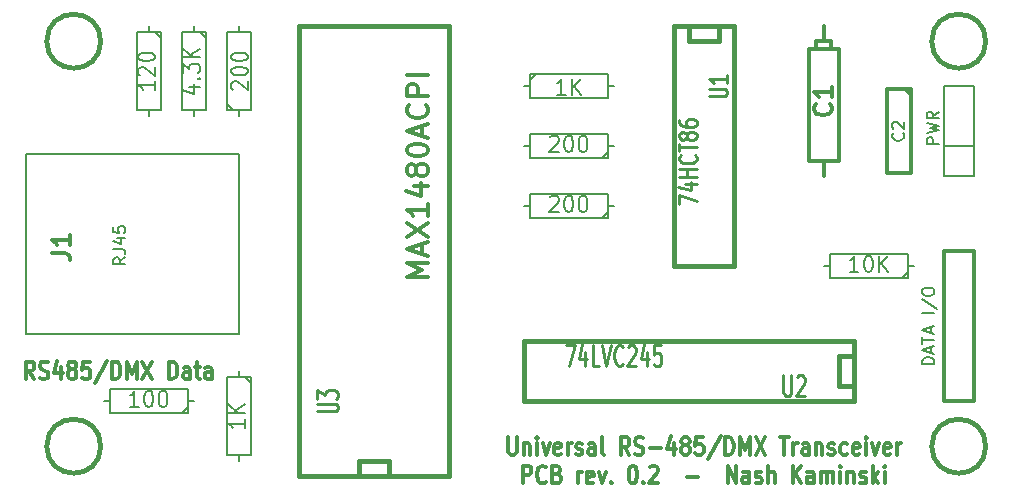
<source format=gbr>
G04 #@! TF.FileFunction,Legend,Top*
%FSLAX46Y46*%
G04 Gerber Fmt 4.6, Leading zero omitted, Abs format (unit mm)*
G04 Created by KiCad (PCBNEW (2015-10-16 BZR 6271)-product) date Thursday, November 26, 2015 'PMt' 11:11:10 PM*
%MOMM*%
G01*
G04 APERTURE LIST*
%ADD10C,0.100000*%
%ADD11C,0.300000*%
%ADD12C,0.127000*%
%ADD13C,0.203200*%
%ADD14C,0.304800*%
%ADD15C,0.152400*%
%ADD16C,0.381000*%
%ADD17C,0.285750*%
%ADD18C,0.254000*%
G04 APERTURE END LIST*
D10*
D11*
X52540334Y-50208571D02*
X52125000Y-49494286D01*
X51828334Y-50208571D02*
X51828334Y-48708571D01*
X52303000Y-48708571D01*
X52421667Y-48780000D01*
X52481000Y-48851429D01*
X52540334Y-48994286D01*
X52540334Y-49208571D01*
X52481000Y-49351429D01*
X52421667Y-49422857D01*
X52303000Y-49494286D01*
X51828334Y-49494286D01*
X53015000Y-50137143D02*
X53193000Y-50208571D01*
X53489667Y-50208571D01*
X53608334Y-50137143D01*
X53667667Y-50065714D01*
X53727000Y-49922857D01*
X53727000Y-49780000D01*
X53667667Y-49637143D01*
X53608334Y-49565714D01*
X53489667Y-49494286D01*
X53252334Y-49422857D01*
X53133667Y-49351429D01*
X53074334Y-49280000D01*
X53015000Y-49137143D01*
X53015000Y-48994286D01*
X53074334Y-48851429D01*
X53133667Y-48780000D01*
X53252334Y-48708571D01*
X53549000Y-48708571D01*
X53727000Y-48780000D01*
X54795001Y-49208571D02*
X54795001Y-50208571D01*
X54498334Y-48637143D02*
X54201667Y-49708571D01*
X54973001Y-49708571D01*
X55625668Y-49351429D02*
X55507001Y-49280000D01*
X55447668Y-49208571D01*
X55388334Y-49065714D01*
X55388334Y-48994286D01*
X55447668Y-48851429D01*
X55507001Y-48780000D01*
X55625668Y-48708571D01*
X55863001Y-48708571D01*
X55981668Y-48780000D01*
X56041001Y-48851429D01*
X56100334Y-48994286D01*
X56100334Y-49065714D01*
X56041001Y-49208571D01*
X55981668Y-49280000D01*
X55863001Y-49351429D01*
X55625668Y-49351429D01*
X55507001Y-49422857D01*
X55447668Y-49494286D01*
X55388334Y-49637143D01*
X55388334Y-49922857D01*
X55447668Y-50065714D01*
X55507001Y-50137143D01*
X55625668Y-50208571D01*
X55863001Y-50208571D01*
X55981668Y-50137143D01*
X56041001Y-50065714D01*
X56100334Y-49922857D01*
X56100334Y-49637143D01*
X56041001Y-49494286D01*
X55981668Y-49422857D01*
X55863001Y-49351429D01*
X57227668Y-48708571D02*
X56634335Y-48708571D01*
X56575001Y-49422857D01*
X56634335Y-49351429D01*
X56753001Y-49280000D01*
X57049668Y-49280000D01*
X57168335Y-49351429D01*
X57227668Y-49422857D01*
X57287001Y-49565714D01*
X57287001Y-49922857D01*
X57227668Y-50065714D01*
X57168335Y-50137143D01*
X57049668Y-50208571D01*
X56753001Y-50208571D01*
X56634335Y-50137143D01*
X56575001Y-50065714D01*
X58711002Y-48637143D02*
X57643002Y-50565714D01*
X59126335Y-50208571D02*
X59126335Y-48708571D01*
X59423001Y-48708571D01*
X59601001Y-48780000D01*
X59719668Y-48922857D01*
X59779001Y-49065714D01*
X59838335Y-49351429D01*
X59838335Y-49565714D01*
X59779001Y-49851429D01*
X59719668Y-49994286D01*
X59601001Y-50137143D01*
X59423001Y-50208571D01*
X59126335Y-50208571D01*
X60372335Y-50208571D02*
X60372335Y-48708571D01*
X60787668Y-49780000D01*
X61203001Y-48708571D01*
X61203001Y-50208571D01*
X61677668Y-48708571D02*
X62508335Y-50208571D01*
X62508335Y-48708571D02*
X61677668Y-50208571D01*
X63932335Y-50208571D02*
X63932335Y-48708571D01*
X64229001Y-48708571D01*
X64407001Y-48780000D01*
X64525668Y-48922857D01*
X64585001Y-49065714D01*
X64644335Y-49351429D01*
X64644335Y-49565714D01*
X64585001Y-49851429D01*
X64525668Y-49994286D01*
X64407001Y-50137143D01*
X64229001Y-50208571D01*
X63932335Y-50208571D01*
X65712335Y-50208571D02*
X65712335Y-49422857D01*
X65653001Y-49280000D01*
X65534335Y-49208571D01*
X65297001Y-49208571D01*
X65178335Y-49280000D01*
X65712335Y-50137143D02*
X65593668Y-50208571D01*
X65297001Y-50208571D01*
X65178335Y-50137143D01*
X65119001Y-49994286D01*
X65119001Y-49851429D01*
X65178335Y-49708571D01*
X65297001Y-49637143D01*
X65593668Y-49637143D01*
X65712335Y-49565714D01*
X66127668Y-49208571D02*
X66602334Y-49208571D01*
X66305668Y-48708571D02*
X66305668Y-49994286D01*
X66365001Y-50137143D01*
X66483668Y-50208571D01*
X66602334Y-50208571D01*
X67551668Y-50208571D02*
X67551668Y-49422857D01*
X67492334Y-49280000D01*
X67373668Y-49208571D01*
X67136334Y-49208571D01*
X67017668Y-49280000D01*
X67551668Y-50137143D02*
X67433001Y-50208571D01*
X67136334Y-50208571D01*
X67017668Y-50137143D01*
X66958334Y-49994286D01*
X66958334Y-49851429D01*
X67017668Y-49708571D01*
X67136334Y-49637143D01*
X67433001Y-49637143D01*
X67551668Y-49565714D01*
X92666002Y-55128571D02*
X92666002Y-56342857D01*
X92725335Y-56485714D01*
X92784668Y-56557143D01*
X92903335Y-56628571D01*
X93140668Y-56628571D01*
X93259335Y-56557143D01*
X93318668Y-56485714D01*
X93378002Y-56342857D01*
X93378002Y-55128571D01*
X93971335Y-55628571D02*
X93971335Y-56628571D01*
X93971335Y-55771429D02*
X94030668Y-55700000D01*
X94149335Y-55628571D01*
X94327335Y-55628571D01*
X94446001Y-55700000D01*
X94505335Y-55842857D01*
X94505335Y-56628571D01*
X95098668Y-56628571D02*
X95098668Y-55628571D01*
X95098668Y-55128571D02*
X95039334Y-55200000D01*
X95098668Y-55271429D01*
X95158001Y-55200000D01*
X95098668Y-55128571D01*
X95098668Y-55271429D01*
X95573334Y-55628571D02*
X95870001Y-56628571D01*
X96166667Y-55628571D01*
X97116000Y-56557143D02*
X96997334Y-56628571D01*
X96760000Y-56628571D01*
X96641334Y-56557143D01*
X96582000Y-56414286D01*
X96582000Y-55842857D01*
X96641334Y-55700000D01*
X96760000Y-55628571D01*
X96997334Y-55628571D01*
X97116000Y-55700000D01*
X97175334Y-55842857D01*
X97175334Y-55985714D01*
X96582000Y-56128571D01*
X97709334Y-56628571D02*
X97709334Y-55628571D01*
X97709334Y-55914286D02*
X97768667Y-55771429D01*
X97828000Y-55700000D01*
X97946667Y-55628571D01*
X98065334Y-55628571D01*
X98421333Y-56557143D02*
X98540000Y-56628571D01*
X98777333Y-56628571D01*
X98896000Y-56557143D01*
X98955333Y-56414286D01*
X98955333Y-56342857D01*
X98896000Y-56200000D01*
X98777333Y-56128571D01*
X98599333Y-56128571D01*
X98480667Y-56057143D01*
X98421333Y-55914286D01*
X98421333Y-55842857D01*
X98480667Y-55700000D01*
X98599333Y-55628571D01*
X98777333Y-55628571D01*
X98896000Y-55700000D01*
X100023334Y-56628571D02*
X100023334Y-55842857D01*
X99964000Y-55700000D01*
X99845334Y-55628571D01*
X99608000Y-55628571D01*
X99489334Y-55700000D01*
X100023334Y-56557143D02*
X99904667Y-56628571D01*
X99608000Y-56628571D01*
X99489334Y-56557143D01*
X99430000Y-56414286D01*
X99430000Y-56271429D01*
X99489334Y-56128571D01*
X99608000Y-56057143D01*
X99904667Y-56057143D01*
X100023334Y-55985714D01*
X100794667Y-56628571D02*
X100676000Y-56557143D01*
X100616667Y-56414286D01*
X100616667Y-55128571D01*
X102930667Y-56628571D02*
X102515333Y-55914286D01*
X102218667Y-56628571D02*
X102218667Y-55128571D01*
X102693333Y-55128571D01*
X102812000Y-55200000D01*
X102871333Y-55271429D01*
X102930667Y-55414286D01*
X102930667Y-55628571D01*
X102871333Y-55771429D01*
X102812000Y-55842857D01*
X102693333Y-55914286D01*
X102218667Y-55914286D01*
X103405333Y-56557143D02*
X103583333Y-56628571D01*
X103880000Y-56628571D01*
X103998667Y-56557143D01*
X104058000Y-56485714D01*
X104117333Y-56342857D01*
X104117333Y-56200000D01*
X104058000Y-56057143D01*
X103998667Y-55985714D01*
X103880000Y-55914286D01*
X103642667Y-55842857D01*
X103524000Y-55771429D01*
X103464667Y-55700000D01*
X103405333Y-55557143D01*
X103405333Y-55414286D01*
X103464667Y-55271429D01*
X103524000Y-55200000D01*
X103642667Y-55128571D01*
X103939333Y-55128571D01*
X104117333Y-55200000D01*
X104651334Y-56057143D02*
X105600667Y-56057143D01*
X106728001Y-55628571D02*
X106728001Y-56628571D01*
X106431334Y-55057143D02*
X106134667Y-56128571D01*
X106906001Y-56128571D01*
X107558668Y-55771429D02*
X107440001Y-55700000D01*
X107380668Y-55628571D01*
X107321334Y-55485714D01*
X107321334Y-55414286D01*
X107380668Y-55271429D01*
X107440001Y-55200000D01*
X107558668Y-55128571D01*
X107796001Y-55128571D01*
X107914668Y-55200000D01*
X107974001Y-55271429D01*
X108033334Y-55414286D01*
X108033334Y-55485714D01*
X107974001Y-55628571D01*
X107914668Y-55700000D01*
X107796001Y-55771429D01*
X107558668Y-55771429D01*
X107440001Y-55842857D01*
X107380668Y-55914286D01*
X107321334Y-56057143D01*
X107321334Y-56342857D01*
X107380668Y-56485714D01*
X107440001Y-56557143D01*
X107558668Y-56628571D01*
X107796001Y-56628571D01*
X107914668Y-56557143D01*
X107974001Y-56485714D01*
X108033334Y-56342857D01*
X108033334Y-56057143D01*
X107974001Y-55914286D01*
X107914668Y-55842857D01*
X107796001Y-55771429D01*
X109160668Y-55128571D02*
X108567335Y-55128571D01*
X108508001Y-55842857D01*
X108567335Y-55771429D01*
X108686001Y-55700000D01*
X108982668Y-55700000D01*
X109101335Y-55771429D01*
X109160668Y-55842857D01*
X109220001Y-55985714D01*
X109220001Y-56342857D01*
X109160668Y-56485714D01*
X109101335Y-56557143D01*
X108982668Y-56628571D01*
X108686001Y-56628571D01*
X108567335Y-56557143D01*
X108508001Y-56485714D01*
X110644002Y-55057143D02*
X109576002Y-56985714D01*
X111059335Y-56628571D02*
X111059335Y-55128571D01*
X111356001Y-55128571D01*
X111534001Y-55200000D01*
X111652668Y-55342857D01*
X111712001Y-55485714D01*
X111771335Y-55771429D01*
X111771335Y-55985714D01*
X111712001Y-56271429D01*
X111652668Y-56414286D01*
X111534001Y-56557143D01*
X111356001Y-56628571D01*
X111059335Y-56628571D01*
X112305335Y-56628571D02*
X112305335Y-55128571D01*
X112720668Y-56200000D01*
X113136001Y-55128571D01*
X113136001Y-56628571D01*
X113610668Y-55128571D02*
X114441335Y-56628571D01*
X114441335Y-55128571D02*
X113610668Y-56628571D01*
X115687335Y-55128571D02*
X116399335Y-55128571D01*
X116043335Y-56628571D02*
X116043335Y-55128571D01*
X116814668Y-56628571D02*
X116814668Y-55628571D01*
X116814668Y-55914286D02*
X116874001Y-55771429D01*
X116933334Y-55700000D01*
X117052001Y-55628571D01*
X117170668Y-55628571D01*
X118120001Y-56628571D02*
X118120001Y-55842857D01*
X118060667Y-55700000D01*
X117942001Y-55628571D01*
X117704667Y-55628571D01*
X117586001Y-55700000D01*
X118120001Y-56557143D02*
X118001334Y-56628571D01*
X117704667Y-56628571D01*
X117586001Y-56557143D01*
X117526667Y-56414286D01*
X117526667Y-56271429D01*
X117586001Y-56128571D01*
X117704667Y-56057143D01*
X118001334Y-56057143D01*
X118120001Y-55985714D01*
X118713334Y-55628571D02*
X118713334Y-56628571D01*
X118713334Y-55771429D02*
X118772667Y-55700000D01*
X118891334Y-55628571D01*
X119069334Y-55628571D01*
X119188000Y-55700000D01*
X119247334Y-55842857D01*
X119247334Y-56628571D01*
X119781333Y-56557143D02*
X119900000Y-56628571D01*
X120137333Y-56628571D01*
X120256000Y-56557143D01*
X120315333Y-56414286D01*
X120315333Y-56342857D01*
X120256000Y-56200000D01*
X120137333Y-56128571D01*
X119959333Y-56128571D01*
X119840667Y-56057143D01*
X119781333Y-55914286D01*
X119781333Y-55842857D01*
X119840667Y-55700000D01*
X119959333Y-55628571D01*
X120137333Y-55628571D01*
X120256000Y-55700000D01*
X121383334Y-56557143D02*
X121264667Y-56628571D01*
X121027334Y-56628571D01*
X120908667Y-56557143D01*
X120849334Y-56485714D01*
X120790000Y-56342857D01*
X120790000Y-55914286D01*
X120849334Y-55771429D01*
X120908667Y-55700000D01*
X121027334Y-55628571D01*
X121264667Y-55628571D01*
X121383334Y-55700000D01*
X122392000Y-56557143D02*
X122273334Y-56628571D01*
X122036000Y-56628571D01*
X121917334Y-56557143D01*
X121858000Y-56414286D01*
X121858000Y-55842857D01*
X121917334Y-55700000D01*
X122036000Y-55628571D01*
X122273334Y-55628571D01*
X122392000Y-55700000D01*
X122451334Y-55842857D01*
X122451334Y-55985714D01*
X121858000Y-56128571D01*
X122985334Y-56628571D02*
X122985334Y-55628571D01*
X122985334Y-55128571D02*
X122926000Y-55200000D01*
X122985334Y-55271429D01*
X123044667Y-55200000D01*
X122985334Y-55128571D01*
X122985334Y-55271429D01*
X123460000Y-55628571D02*
X123756667Y-56628571D01*
X124053333Y-55628571D01*
X125002666Y-56557143D02*
X124884000Y-56628571D01*
X124646666Y-56628571D01*
X124528000Y-56557143D01*
X124468666Y-56414286D01*
X124468666Y-55842857D01*
X124528000Y-55700000D01*
X124646666Y-55628571D01*
X124884000Y-55628571D01*
X125002666Y-55700000D01*
X125062000Y-55842857D01*
X125062000Y-55985714D01*
X124468666Y-56128571D01*
X125596000Y-56628571D02*
X125596000Y-55628571D01*
X125596000Y-55914286D02*
X125655333Y-55771429D01*
X125714666Y-55700000D01*
X125833333Y-55628571D01*
X125952000Y-55628571D01*
X93912003Y-59028571D02*
X93912003Y-57528571D01*
X94386669Y-57528571D01*
X94505336Y-57600000D01*
X94564669Y-57671429D01*
X94624003Y-57814286D01*
X94624003Y-58028571D01*
X94564669Y-58171429D01*
X94505336Y-58242857D01*
X94386669Y-58314286D01*
X93912003Y-58314286D01*
X95870003Y-58885714D02*
X95810669Y-58957143D01*
X95632669Y-59028571D01*
X95514003Y-59028571D01*
X95336003Y-58957143D01*
X95217336Y-58814286D01*
X95158003Y-58671429D01*
X95098669Y-58385714D01*
X95098669Y-58171429D01*
X95158003Y-57885714D01*
X95217336Y-57742857D01*
X95336003Y-57600000D01*
X95514003Y-57528571D01*
X95632669Y-57528571D01*
X95810669Y-57600000D01*
X95870003Y-57671429D01*
X96819336Y-58242857D02*
X96997336Y-58314286D01*
X97056669Y-58385714D01*
X97116003Y-58528571D01*
X97116003Y-58742857D01*
X97056669Y-58885714D01*
X96997336Y-58957143D01*
X96878669Y-59028571D01*
X96404003Y-59028571D01*
X96404003Y-57528571D01*
X96819336Y-57528571D01*
X96938003Y-57600000D01*
X96997336Y-57671429D01*
X97056669Y-57814286D01*
X97056669Y-57957143D01*
X96997336Y-58100000D01*
X96938003Y-58171429D01*
X96819336Y-58242857D01*
X96404003Y-58242857D01*
X98599336Y-59028571D02*
X98599336Y-58028571D01*
X98599336Y-58314286D02*
X98658669Y-58171429D01*
X98718002Y-58100000D01*
X98836669Y-58028571D01*
X98955336Y-58028571D01*
X99845335Y-58957143D02*
X99726669Y-59028571D01*
X99489335Y-59028571D01*
X99370669Y-58957143D01*
X99311335Y-58814286D01*
X99311335Y-58242857D01*
X99370669Y-58100000D01*
X99489335Y-58028571D01*
X99726669Y-58028571D01*
X99845335Y-58100000D01*
X99904669Y-58242857D01*
X99904669Y-58385714D01*
X99311335Y-58528571D01*
X100320002Y-58028571D02*
X100616669Y-59028571D01*
X100913335Y-58028571D01*
X101388002Y-58885714D02*
X101447335Y-58957143D01*
X101388002Y-59028571D01*
X101328668Y-58957143D01*
X101388002Y-58885714D01*
X101388002Y-59028571D01*
X103168001Y-57528571D02*
X103286668Y-57528571D01*
X103405334Y-57600000D01*
X103464668Y-57671429D01*
X103524001Y-57814286D01*
X103583334Y-58100000D01*
X103583334Y-58457143D01*
X103524001Y-58742857D01*
X103464668Y-58885714D01*
X103405334Y-58957143D01*
X103286668Y-59028571D01*
X103168001Y-59028571D01*
X103049334Y-58957143D01*
X102990001Y-58885714D01*
X102930668Y-58742857D01*
X102871334Y-58457143D01*
X102871334Y-58100000D01*
X102930668Y-57814286D01*
X102990001Y-57671429D01*
X103049334Y-57600000D01*
X103168001Y-57528571D01*
X104117335Y-58885714D02*
X104176668Y-58957143D01*
X104117335Y-59028571D01*
X104058001Y-58957143D01*
X104117335Y-58885714D01*
X104117335Y-59028571D01*
X104651334Y-57671429D02*
X104710668Y-57600000D01*
X104829334Y-57528571D01*
X105126001Y-57528571D01*
X105244668Y-57600000D01*
X105304001Y-57671429D01*
X105363334Y-57814286D01*
X105363334Y-57957143D01*
X105304001Y-58171429D01*
X104592001Y-59028571D01*
X105363334Y-59028571D01*
X107796001Y-58457143D02*
X108745334Y-58457143D01*
X111237334Y-59028571D02*
X111237334Y-57528571D01*
X111949334Y-59028571D01*
X111949334Y-57528571D01*
X113076667Y-59028571D02*
X113076667Y-58242857D01*
X113017333Y-58100000D01*
X112898667Y-58028571D01*
X112661333Y-58028571D01*
X112542667Y-58100000D01*
X113076667Y-58957143D02*
X112958000Y-59028571D01*
X112661333Y-59028571D01*
X112542667Y-58957143D01*
X112483333Y-58814286D01*
X112483333Y-58671429D01*
X112542667Y-58528571D01*
X112661333Y-58457143D01*
X112958000Y-58457143D01*
X113076667Y-58385714D01*
X113610666Y-58957143D02*
X113729333Y-59028571D01*
X113966666Y-59028571D01*
X114085333Y-58957143D01*
X114144666Y-58814286D01*
X114144666Y-58742857D01*
X114085333Y-58600000D01*
X113966666Y-58528571D01*
X113788666Y-58528571D01*
X113670000Y-58457143D01*
X113610666Y-58314286D01*
X113610666Y-58242857D01*
X113670000Y-58100000D01*
X113788666Y-58028571D01*
X113966666Y-58028571D01*
X114085333Y-58100000D01*
X114678667Y-59028571D02*
X114678667Y-57528571D01*
X115212667Y-59028571D02*
X115212667Y-58242857D01*
X115153333Y-58100000D01*
X115034667Y-58028571D01*
X114856667Y-58028571D01*
X114738000Y-58100000D01*
X114678667Y-58171429D01*
X116755333Y-59028571D02*
X116755333Y-57528571D01*
X117467333Y-59028571D02*
X116933333Y-58171429D01*
X117467333Y-57528571D02*
X116755333Y-58385714D01*
X118535333Y-59028571D02*
X118535333Y-58242857D01*
X118475999Y-58100000D01*
X118357333Y-58028571D01*
X118119999Y-58028571D01*
X118001333Y-58100000D01*
X118535333Y-58957143D02*
X118416666Y-59028571D01*
X118119999Y-59028571D01*
X118001333Y-58957143D01*
X117941999Y-58814286D01*
X117941999Y-58671429D01*
X118001333Y-58528571D01*
X118119999Y-58457143D01*
X118416666Y-58457143D01*
X118535333Y-58385714D01*
X119128666Y-59028571D02*
X119128666Y-58028571D01*
X119128666Y-58171429D02*
X119187999Y-58100000D01*
X119306666Y-58028571D01*
X119484666Y-58028571D01*
X119603332Y-58100000D01*
X119662666Y-58242857D01*
X119662666Y-59028571D01*
X119662666Y-58242857D02*
X119721999Y-58100000D01*
X119840666Y-58028571D01*
X120018666Y-58028571D01*
X120137332Y-58100000D01*
X120196666Y-58242857D01*
X120196666Y-59028571D01*
X120789999Y-59028571D02*
X120789999Y-58028571D01*
X120789999Y-57528571D02*
X120730665Y-57600000D01*
X120789999Y-57671429D01*
X120849332Y-57600000D01*
X120789999Y-57528571D01*
X120789999Y-57671429D01*
X121383332Y-58028571D02*
X121383332Y-59028571D01*
X121383332Y-58171429D02*
X121442665Y-58100000D01*
X121561332Y-58028571D01*
X121739332Y-58028571D01*
X121857998Y-58100000D01*
X121917332Y-58242857D01*
X121917332Y-59028571D01*
X122451331Y-58957143D02*
X122569998Y-59028571D01*
X122807331Y-59028571D01*
X122925998Y-58957143D01*
X122985331Y-58814286D01*
X122985331Y-58742857D01*
X122925998Y-58600000D01*
X122807331Y-58528571D01*
X122629331Y-58528571D01*
X122510665Y-58457143D01*
X122451331Y-58314286D01*
X122451331Y-58242857D01*
X122510665Y-58100000D01*
X122629331Y-58028571D01*
X122807331Y-58028571D01*
X122925998Y-58100000D01*
X123519332Y-59028571D02*
X123519332Y-57528571D01*
X123637998Y-58457143D02*
X123993998Y-59028571D01*
X123993998Y-58028571D02*
X123519332Y-58600000D01*
X124527999Y-59028571D02*
X124527999Y-58028571D01*
X124527999Y-57528571D02*
X124468665Y-57600000D01*
X124527999Y-57671429D01*
X124587332Y-57600000D01*
X124527999Y-57528571D01*
X124527999Y-57671429D01*
D12*
X51816000Y-31115000D02*
X51816000Y-46355000D01*
X51816000Y-46355000D02*
X69850000Y-46355000D01*
X69850000Y-46355000D02*
X69850000Y-31115000D01*
X69850000Y-31115000D02*
X51816000Y-31115000D01*
D13*
X66040000Y-52070000D02*
X65532000Y-52070000D01*
X58420000Y-52070000D02*
X58928000Y-52070000D01*
X58928000Y-52070000D02*
X58928000Y-53086000D01*
X58928000Y-53086000D02*
X65532000Y-53086000D01*
X65532000Y-53086000D02*
X65532000Y-51054000D01*
X65532000Y-51054000D02*
X58928000Y-51054000D01*
X58928000Y-51054000D02*
X58928000Y-52070000D01*
X65532000Y-52578000D02*
X65024000Y-53086000D01*
X62230000Y-20320000D02*
X62230000Y-20828000D01*
X62230000Y-27940000D02*
X62230000Y-27432000D01*
X62230000Y-27432000D02*
X63246000Y-27432000D01*
X63246000Y-27432000D02*
X63246000Y-20828000D01*
X63246000Y-20828000D02*
X61214000Y-20828000D01*
X61214000Y-20828000D02*
X61214000Y-27432000D01*
X61214000Y-27432000D02*
X62230000Y-27432000D01*
X62738000Y-20828000D02*
X63246000Y-21336000D01*
X101600000Y-35560000D02*
X101092000Y-35560000D01*
X93980000Y-35560000D02*
X94488000Y-35560000D01*
X94488000Y-35560000D02*
X94488000Y-36576000D01*
X94488000Y-36576000D02*
X101092000Y-36576000D01*
X101092000Y-36576000D02*
X101092000Y-34544000D01*
X101092000Y-34544000D02*
X94488000Y-34544000D01*
X94488000Y-34544000D02*
X94488000Y-35560000D01*
X101092000Y-36068000D02*
X100584000Y-36576000D01*
X101600000Y-30480000D02*
X101092000Y-30480000D01*
X93980000Y-30480000D02*
X94488000Y-30480000D01*
X94488000Y-30480000D02*
X94488000Y-31496000D01*
X94488000Y-31496000D02*
X101092000Y-31496000D01*
X101092000Y-31496000D02*
X101092000Y-29464000D01*
X101092000Y-29464000D02*
X94488000Y-29464000D01*
X94488000Y-29464000D02*
X94488000Y-30480000D01*
X101092000Y-30988000D02*
X100584000Y-31496000D01*
X93980000Y-25400000D02*
X94488000Y-25400000D01*
X101600000Y-25400000D02*
X101092000Y-25400000D01*
X101092000Y-25400000D02*
X101092000Y-24384000D01*
X101092000Y-24384000D02*
X94488000Y-24384000D01*
X94488000Y-24384000D02*
X94488000Y-26416000D01*
X94488000Y-26416000D02*
X101092000Y-26416000D01*
X101092000Y-26416000D02*
X101092000Y-25400000D01*
X94488000Y-24892000D02*
X94996000Y-24384000D01*
X69850000Y-27940000D02*
X69850000Y-27432000D01*
X69850000Y-20320000D02*
X69850000Y-20828000D01*
X69850000Y-20828000D02*
X68834000Y-20828000D01*
X68834000Y-20828000D02*
X68834000Y-27432000D01*
X68834000Y-27432000D02*
X70866000Y-27432000D01*
X70866000Y-27432000D02*
X70866000Y-20828000D01*
X70866000Y-20828000D02*
X69850000Y-20828000D01*
X69342000Y-27432000D02*
X68834000Y-26924000D01*
X66040000Y-20320000D02*
X66040000Y-20828000D01*
X66040000Y-27940000D02*
X66040000Y-27432000D01*
X66040000Y-27432000D02*
X67056000Y-27432000D01*
X67056000Y-27432000D02*
X67056000Y-20828000D01*
X67056000Y-20828000D02*
X65024000Y-20828000D01*
X65024000Y-20828000D02*
X65024000Y-27432000D01*
X65024000Y-27432000D02*
X66040000Y-27432000D01*
X66548000Y-20828000D02*
X67056000Y-21336000D01*
X127000000Y-40640000D02*
X126492000Y-40640000D01*
X119380000Y-40640000D02*
X119888000Y-40640000D01*
X119888000Y-40640000D02*
X119888000Y-41656000D01*
X119888000Y-41656000D02*
X126492000Y-41656000D01*
X126492000Y-41656000D02*
X126492000Y-39624000D01*
X126492000Y-39624000D02*
X119888000Y-39624000D01*
X119888000Y-39624000D02*
X119888000Y-40640000D01*
X126492000Y-41148000D02*
X125984000Y-41656000D01*
X69850000Y-49530000D02*
X69850000Y-50038000D01*
X69850000Y-57150000D02*
X69850000Y-56642000D01*
X69850000Y-56642000D02*
X70866000Y-56642000D01*
X70866000Y-56642000D02*
X70866000Y-50038000D01*
X70866000Y-50038000D02*
X68834000Y-50038000D01*
X68834000Y-50038000D02*
X68834000Y-56642000D01*
X68834000Y-56642000D02*
X69850000Y-56642000D01*
X70358000Y-50038000D02*
X70866000Y-50546000D01*
D14*
X129540000Y-52070000D02*
X132080000Y-52070000D01*
X132080000Y-39370000D02*
X129540000Y-39370000D01*
X129540000Y-52070000D02*
X129540000Y-39370000D01*
X132080000Y-39370000D02*
X132080000Y-52070000D01*
D15*
X132080000Y-33020000D02*
X129540000Y-33020000D01*
X129540000Y-33020000D02*
X129540000Y-25400000D01*
X129540000Y-25400000D02*
X132080000Y-25400000D01*
X132080000Y-25400000D02*
X132080000Y-33020000D01*
X129540000Y-30480000D02*
X132080000Y-30480000D01*
D16*
X80010000Y-58420000D02*
X80010000Y-58420000D01*
X80010000Y-58420000D02*
X80010000Y-57150000D01*
X80010000Y-57150000D02*
X82550000Y-57150000D01*
X82550000Y-57150000D02*
X82550000Y-58420000D01*
X74930000Y-58420000D02*
X74930000Y-20320000D01*
X74930000Y-20320000D02*
X87630000Y-20320000D01*
X87630000Y-20320000D02*
X87630000Y-58420000D01*
X87630000Y-58420000D02*
X74930000Y-58420000D01*
X121920000Y-50800000D02*
X120650000Y-50800000D01*
X120650000Y-50800000D02*
X120650000Y-48260000D01*
X120650000Y-48260000D02*
X121920000Y-48260000D01*
X121920000Y-52070000D02*
X93980000Y-52070000D01*
X93980000Y-52070000D02*
X93980000Y-46990000D01*
X93980000Y-46990000D02*
X121920000Y-46990000D01*
X121920000Y-46990000D02*
X121920000Y-52070000D01*
X111760000Y-20320000D02*
X111760000Y-40640000D01*
X106680000Y-40640000D02*
X106680000Y-20320000D01*
X106680000Y-20320000D02*
X111760000Y-20320000D01*
X110490000Y-20320000D02*
X110490000Y-21590000D01*
X110490000Y-21590000D02*
X107950000Y-21590000D01*
X107950000Y-21590000D02*
X107950000Y-20320000D01*
X111760000Y-40640000D02*
X106680000Y-40640000D01*
D14*
X120650000Y-22225000D02*
X120650000Y-22225000D01*
X120650000Y-22225000D02*
X120650000Y-22225000D01*
X120650000Y-22225000D02*
X120650000Y-22225000D01*
X120650000Y-22225000D02*
X120650000Y-31750000D01*
X120650000Y-31750000D02*
X118110000Y-31750000D01*
X118110000Y-31750000D02*
X118110000Y-22225000D01*
X118110000Y-22225000D02*
X120650000Y-22225000D01*
X120015000Y-22225000D02*
X120015000Y-22225000D01*
X120015000Y-22225000D02*
X120015000Y-21590000D01*
X120015000Y-21590000D02*
X118745000Y-21590000D01*
X118745000Y-21590000D02*
X118745000Y-22225000D01*
X119380000Y-20320000D02*
X119380000Y-20320000D01*
X119380000Y-20320000D02*
X119380000Y-21590000D01*
X119380000Y-21590000D02*
X119380000Y-21590000D01*
X119380000Y-21590000D02*
X119380000Y-21590000D01*
X119380000Y-31750000D02*
X119380000Y-31750000D01*
X119380000Y-31750000D02*
X119380000Y-31750000D01*
X119380000Y-31750000D02*
X119380000Y-33020000D01*
X119380000Y-33020000D02*
X119380000Y-33020000D01*
X119380000Y-33020000D02*
X119380000Y-33020000D01*
X119380000Y-33020000D02*
X119380000Y-33020000D01*
X126746000Y-25654000D02*
X126746000Y-32766000D01*
X126746000Y-32766000D02*
X124714000Y-32766000D01*
X124714000Y-32766000D02*
X124714000Y-25654000D01*
X124714000Y-25654000D02*
X126746000Y-25654000D01*
X126238000Y-25654000D02*
X126746000Y-26162000D01*
D16*
X133096000Y-21590000D02*
G75*
G03X133096000Y-21590000I-2286000J0D01*
G01*
X133096000Y-55880000D02*
G75*
G03X133096000Y-55880000I-2286000J0D01*
G01*
X58166000Y-55880000D02*
G75*
G03X58166000Y-55880000I-2286000J0D01*
G01*
X58166000Y-21590000D02*
G75*
G03X58166000Y-21590000I-2286000J0D01*
G01*
D14*
X54029429Y-39497000D02*
X55118000Y-39497000D01*
X55335714Y-39569572D01*
X55480857Y-39714715D01*
X55553429Y-39932429D01*
X55553429Y-40077572D01*
X55553429Y-37973000D02*
X55553429Y-38843857D01*
X55553429Y-38408429D02*
X54029429Y-38408429D01*
X54247143Y-38553572D01*
X54392286Y-38698714D01*
X54464857Y-38843857D01*
D13*
X60244325Y-39901828D02*
X59767772Y-40235415D01*
X60244325Y-40473691D02*
X59243565Y-40473691D01*
X59243565Y-40092449D01*
X59291220Y-39997138D01*
X59338875Y-39949483D01*
X59434186Y-39901828D01*
X59577151Y-39901828D01*
X59672462Y-39949483D01*
X59720117Y-39997138D01*
X59767772Y-40092449D01*
X59767772Y-40473691D01*
X59243565Y-39186999D02*
X59958393Y-39186999D01*
X60101359Y-39234655D01*
X60196670Y-39329965D01*
X60244325Y-39472931D01*
X60244325Y-39568241D01*
X59577151Y-38281550D02*
X60244325Y-38281550D01*
X59195910Y-38519826D02*
X59910738Y-38758102D01*
X59910738Y-38138584D01*
X59243565Y-37280789D02*
X59243565Y-37757342D01*
X59720117Y-37804997D01*
X59672462Y-37757342D01*
X59624807Y-37662031D01*
X59624807Y-37423755D01*
X59672462Y-37328445D01*
X59720117Y-37280789D01*
X59815428Y-37233134D01*
X60053704Y-37233134D01*
X60149014Y-37280789D01*
X60196670Y-37328445D01*
X60244325Y-37423755D01*
X60244325Y-37662031D01*
X60196670Y-37757342D01*
X60149014Y-37804997D01*
X61383333Y-52574976D02*
X60657619Y-52574976D01*
X61020476Y-52574976D02*
X61020476Y-51177976D01*
X60899524Y-51377548D01*
X60778571Y-51510595D01*
X60657619Y-51577119D01*
X62169524Y-51177976D02*
X62290476Y-51177976D01*
X62411428Y-51244500D01*
X62471905Y-51311024D01*
X62532381Y-51444071D01*
X62592857Y-51710167D01*
X62592857Y-52042786D01*
X62532381Y-52308881D01*
X62471905Y-52441929D01*
X62411428Y-52508452D01*
X62290476Y-52574976D01*
X62169524Y-52574976D01*
X62048571Y-52508452D01*
X61988095Y-52441929D01*
X61927619Y-52308881D01*
X61867143Y-52042786D01*
X61867143Y-51710167D01*
X61927619Y-51444071D01*
X61988095Y-51311024D01*
X62048571Y-51244500D01*
X62169524Y-51177976D01*
X63379048Y-51177976D02*
X63500000Y-51177976D01*
X63620952Y-51244500D01*
X63681429Y-51311024D01*
X63741905Y-51444071D01*
X63802381Y-51710167D01*
X63802381Y-52042786D01*
X63741905Y-52308881D01*
X63681429Y-52441929D01*
X63620952Y-52508452D01*
X63500000Y-52574976D01*
X63379048Y-52574976D01*
X63258095Y-52508452D01*
X63197619Y-52441929D01*
X63137143Y-52308881D01*
X63076667Y-52042786D01*
X63076667Y-51710167D01*
X63137143Y-51444071D01*
X63197619Y-51311024D01*
X63258095Y-51244500D01*
X63379048Y-51177976D01*
X62734976Y-24976667D02*
X62734976Y-25702381D01*
X62734976Y-25339524D02*
X61337976Y-25339524D01*
X61537548Y-25460476D01*
X61670595Y-25581429D01*
X61737119Y-25702381D01*
X61471024Y-24492857D02*
X61404500Y-24432381D01*
X61337976Y-24311429D01*
X61337976Y-24009048D01*
X61404500Y-23888095D01*
X61471024Y-23827619D01*
X61604071Y-23767143D01*
X61737119Y-23767143D01*
X61936690Y-23827619D01*
X62734976Y-24553333D01*
X62734976Y-23767143D01*
X61337976Y-22980952D02*
X61337976Y-22860000D01*
X61404500Y-22739048D01*
X61471024Y-22678571D01*
X61604071Y-22618095D01*
X61870167Y-22557619D01*
X62202786Y-22557619D01*
X62468881Y-22618095D01*
X62601929Y-22678571D01*
X62668452Y-22739048D01*
X62734976Y-22860000D01*
X62734976Y-22980952D01*
X62668452Y-23101905D01*
X62601929Y-23162381D01*
X62468881Y-23222857D01*
X62202786Y-23283333D01*
X61870167Y-23283333D01*
X61604071Y-23222857D01*
X61471024Y-23162381D01*
X61404500Y-23101905D01*
X61337976Y-22980952D01*
X96217619Y-34801024D02*
X96278095Y-34734500D01*
X96399047Y-34667976D01*
X96701428Y-34667976D01*
X96822381Y-34734500D01*
X96882857Y-34801024D01*
X96943333Y-34934071D01*
X96943333Y-35067119D01*
X96882857Y-35266690D01*
X96157143Y-36064976D01*
X96943333Y-36064976D01*
X97729524Y-34667976D02*
X97850476Y-34667976D01*
X97971428Y-34734500D01*
X98031905Y-34801024D01*
X98092381Y-34934071D01*
X98152857Y-35200167D01*
X98152857Y-35532786D01*
X98092381Y-35798881D01*
X98031905Y-35931929D01*
X97971428Y-35998452D01*
X97850476Y-36064976D01*
X97729524Y-36064976D01*
X97608571Y-35998452D01*
X97548095Y-35931929D01*
X97487619Y-35798881D01*
X97427143Y-35532786D01*
X97427143Y-35200167D01*
X97487619Y-34934071D01*
X97548095Y-34801024D01*
X97608571Y-34734500D01*
X97729524Y-34667976D01*
X98939048Y-34667976D02*
X99060000Y-34667976D01*
X99180952Y-34734500D01*
X99241429Y-34801024D01*
X99301905Y-34934071D01*
X99362381Y-35200167D01*
X99362381Y-35532786D01*
X99301905Y-35798881D01*
X99241429Y-35931929D01*
X99180952Y-35998452D01*
X99060000Y-36064976D01*
X98939048Y-36064976D01*
X98818095Y-35998452D01*
X98757619Y-35931929D01*
X98697143Y-35798881D01*
X98636667Y-35532786D01*
X98636667Y-35200167D01*
X98697143Y-34934071D01*
X98757619Y-34801024D01*
X98818095Y-34734500D01*
X98939048Y-34667976D01*
X96217619Y-29721024D02*
X96278095Y-29654500D01*
X96399047Y-29587976D01*
X96701428Y-29587976D01*
X96822381Y-29654500D01*
X96882857Y-29721024D01*
X96943333Y-29854071D01*
X96943333Y-29987119D01*
X96882857Y-30186690D01*
X96157143Y-30984976D01*
X96943333Y-30984976D01*
X97729524Y-29587976D02*
X97850476Y-29587976D01*
X97971428Y-29654500D01*
X98031905Y-29721024D01*
X98092381Y-29854071D01*
X98152857Y-30120167D01*
X98152857Y-30452786D01*
X98092381Y-30718881D01*
X98031905Y-30851929D01*
X97971428Y-30918452D01*
X97850476Y-30984976D01*
X97729524Y-30984976D01*
X97608571Y-30918452D01*
X97548095Y-30851929D01*
X97487619Y-30718881D01*
X97427143Y-30452786D01*
X97427143Y-30120167D01*
X97487619Y-29854071D01*
X97548095Y-29721024D01*
X97608571Y-29654500D01*
X97729524Y-29587976D01*
X98939048Y-29587976D02*
X99060000Y-29587976D01*
X99180952Y-29654500D01*
X99241429Y-29721024D01*
X99301905Y-29854071D01*
X99362381Y-30120167D01*
X99362381Y-30452786D01*
X99301905Y-30718881D01*
X99241429Y-30851929D01*
X99180952Y-30918452D01*
X99060000Y-30984976D01*
X98939048Y-30984976D01*
X98818095Y-30918452D01*
X98757619Y-30851929D01*
X98697143Y-30718881D01*
X98636667Y-30452786D01*
X98636667Y-30120167D01*
X98697143Y-29854071D01*
X98757619Y-29721024D01*
X98818095Y-29654500D01*
X98939048Y-29587976D01*
X97517857Y-26158976D02*
X96792143Y-26158976D01*
X97155000Y-26158976D02*
X97155000Y-24761976D01*
X97034048Y-24961548D01*
X96913095Y-25094595D01*
X96792143Y-25161119D01*
X98062143Y-26158976D02*
X98062143Y-24761976D01*
X98787857Y-26158976D02*
X98243572Y-25360690D01*
X98787857Y-24761976D02*
X98062143Y-25560262D01*
X69345024Y-25702381D02*
X69278500Y-25641905D01*
X69211976Y-25520953D01*
X69211976Y-25218572D01*
X69278500Y-25097619D01*
X69345024Y-25037143D01*
X69478071Y-24976667D01*
X69611119Y-24976667D01*
X69810690Y-25037143D01*
X70608976Y-25762857D01*
X70608976Y-24976667D01*
X69211976Y-24190476D02*
X69211976Y-24069524D01*
X69278500Y-23948572D01*
X69345024Y-23888095D01*
X69478071Y-23827619D01*
X69744167Y-23767143D01*
X70076786Y-23767143D01*
X70342881Y-23827619D01*
X70475929Y-23888095D01*
X70542452Y-23948572D01*
X70608976Y-24069524D01*
X70608976Y-24190476D01*
X70542452Y-24311429D01*
X70475929Y-24371905D01*
X70342881Y-24432381D01*
X70076786Y-24492857D01*
X69744167Y-24492857D01*
X69478071Y-24432381D01*
X69345024Y-24371905D01*
X69278500Y-24311429D01*
X69211976Y-24190476D01*
X69211976Y-22980952D02*
X69211976Y-22860000D01*
X69278500Y-22739048D01*
X69345024Y-22678571D01*
X69478071Y-22618095D01*
X69744167Y-22557619D01*
X70076786Y-22557619D01*
X70342881Y-22618095D01*
X70475929Y-22678571D01*
X70542452Y-22739048D01*
X70608976Y-22860000D01*
X70608976Y-22980952D01*
X70542452Y-23101905D01*
X70475929Y-23162381D01*
X70342881Y-23222857D01*
X70076786Y-23283333D01*
X69744167Y-23283333D01*
X69478071Y-23222857D01*
X69345024Y-23162381D01*
X69278500Y-23101905D01*
X69211976Y-22980952D01*
X65613643Y-25430238D02*
X66544976Y-25430238D01*
X65081452Y-25732619D02*
X66079310Y-26035000D01*
X66079310Y-25248810D01*
X66411929Y-24765000D02*
X66478452Y-24704524D01*
X66544976Y-24765000D01*
X66478452Y-24825476D01*
X66411929Y-24765000D01*
X66544976Y-24765000D01*
X65147976Y-24281190D02*
X65147976Y-23495000D01*
X65680167Y-23918333D01*
X65680167Y-23736905D01*
X65746690Y-23615952D01*
X65813214Y-23555476D01*
X65946262Y-23495000D01*
X66278881Y-23495000D01*
X66411929Y-23555476D01*
X66478452Y-23615952D01*
X66544976Y-23736905D01*
X66544976Y-24099762D01*
X66478452Y-24220714D01*
X66411929Y-24281190D01*
X66544976Y-22950714D02*
X65147976Y-22950714D01*
X66544976Y-22225000D02*
X65746690Y-22769285D01*
X65147976Y-22225000D02*
X65946262Y-22950714D01*
X122313095Y-41144976D02*
X121587381Y-41144976D01*
X121950238Y-41144976D02*
X121950238Y-39747976D01*
X121829286Y-39947548D01*
X121708333Y-40080595D01*
X121587381Y-40147119D01*
X123099286Y-39747976D02*
X123220238Y-39747976D01*
X123341190Y-39814500D01*
X123401667Y-39881024D01*
X123462143Y-40014071D01*
X123522619Y-40280167D01*
X123522619Y-40612786D01*
X123462143Y-40878881D01*
X123401667Y-41011929D01*
X123341190Y-41078452D01*
X123220238Y-41144976D01*
X123099286Y-41144976D01*
X122978333Y-41078452D01*
X122917857Y-41011929D01*
X122857381Y-40878881D01*
X122796905Y-40612786D01*
X122796905Y-40280167D01*
X122857381Y-40014071D01*
X122917857Y-39881024D01*
X122978333Y-39814500D01*
X123099286Y-39747976D01*
X124066905Y-41144976D02*
X124066905Y-39747976D01*
X124792619Y-41144976D02*
X124248334Y-40346690D01*
X124792619Y-39747976D02*
X124066905Y-40546262D01*
X70354976Y-53612143D02*
X70354976Y-54337857D01*
X70354976Y-53975000D02*
X68957976Y-53975000D01*
X69157548Y-54095952D01*
X69290595Y-54216905D01*
X69357119Y-54337857D01*
X70354976Y-53067857D02*
X68957976Y-53067857D01*
X70354976Y-52342143D02*
X69556690Y-52886428D01*
X68957976Y-52342143D02*
X69756262Y-53067857D01*
X128729619Y-48937333D02*
X127713619Y-48937333D01*
X127713619Y-48695428D01*
X127762000Y-48550286D01*
X127858762Y-48453524D01*
X127955524Y-48405143D01*
X128149048Y-48356762D01*
X128294190Y-48356762D01*
X128487714Y-48405143D01*
X128584476Y-48453524D01*
X128681238Y-48550286D01*
X128729619Y-48695428D01*
X128729619Y-48937333D01*
X128439333Y-47969714D02*
X128439333Y-47485905D01*
X128729619Y-48066476D02*
X127713619Y-47727809D01*
X128729619Y-47389143D01*
X127713619Y-47195619D02*
X127713619Y-46615048D01*
X128729619Y-46905333D02*
X127713619Y-46905333D01*
X128439333Y-46324762D02*
X128439333Y-45840953D01*
X128729619Y-46421524D02*
X127713619Y-46082857D01*
X128729619Y-45744191D01*
X128729619Y-44631429D02*
X127713619Y-44631429D01*
X127665238Y-43421905D02*
X128971524Y-44292762D01*
X127713619Y-42889714D02*
X127713619Y-42696191D01*
X127762000Y-42599429D01*
X127858762Y-42502667D01*
X128052286Y-42454286D01*
X128390952Y-42454286D01*
X128584476Y-42502667D01*
X128681238Y-42599429D01*
X128729619Y-42696191D01*
X128729619Y-42889714D01*
X128681238Y-42986476D01*
X128584476Y-43083238D01*
X128390952Y-43131619D01*
X128052286Y-43131619D01*
X127858762Y-43083238D01*
X127762000Y-42986476D01*
X127713619Y-42889714D01*
D15*
X129110619Y-30310666D02*
X128094619Y-30310666D01*
X128094619Y-29923619D01*
X128143000Y-29826857D01*
X128191381Y-29778476D01*
X128288143Y-29730095D01*
X128433286Y-29730095D01*
X128530048Y-29778476D01*
X128578429Y-29826857D01*
X128626810Y-29923619D01*
X128626810Y-30310666D01*
X128094619Y-29391428D02*
X129110619Y-29149523D01*
X128384905Y-28956000D01*
X129110619Y-28762476D01*
X128094619Y-28520571D01*
X129110619Y-27552952D02*
X128626810Y-27891618D01*
X129110619Y-28133523D02*
X128094619Y-28133523D01*
X128094619Y-27746476D01*
X128143000Y-27649714D01*
X128191381Y-27601333D01*
X128288143Y-27552952D01*
X128433286Y-27552952D01*
X128530048Y-27601333D01*
X128578429Y-27649714D01*
X128626810Y-27746476D01*
X128626810Y-28133523D01*
D17*
X76496333Y-52940857D02*
X77935667Y-52940857D01*
X78105000Y-52886429D01*
X78189667Y-52832000D01*
X78274333Y-52723143D01*
X78274333Y-52505429D01*
X78189667Y-52396571D01*
X78105000Y-52342143D01*
X77935667Y-52287714D01*
X76496333Y-52287714D01*
X76496333Y-51852285D02*
X76496333Y-51144714D01*
X77173667Y-51525714D01*
X77173667Y-51362428D01*
X77258333Y-51253571D01*
X77343000Y-51199142D01*
X77512333Y-51144714D01*
X77935667Y-51144714D01*
X78105000Y-51199142D01*
X78189667Y-51253571D01*
X78274333Y-51362428D01*
X78274333Y-51689000D01*
X78189667Y-51797857D01*
X78105000Y-51852285D01*
D14*
X85894333Y-41571333D02*
X84116333Y-41571333D01*
X85386333Y-40978666D01*
X84116333Y-40385999D01*
X85894333Y-40385999D01*
X85386333Y-39623999D02*
X85386333Y-38777333D01*
X85894333Y-39793333D02*
X84116333Y-39200666D01*
X85894333Y-38607999D01*
X84116333Y-38184666D02*
X85894333Y-36999333D01*
X84116333Y-36999333D02*
X85894333Y-38184666D01*
X85894333Y-35390666D02*
X85894333Y-36406666D01*
X85894333Y-35898666D02*
X84116333Y-35898666D01*
X84370333Y-36068000D01*
X84539667Y-36237333D01*
X84624333Y-36406666D01*
X84709000Y-33866667D02*
X85894333Y-33866667D01*
X84031667Y-34290000D02*
X85301667Y-34713333D01*
X85301667Y-33612667D01*
X84878333Y-32681334D02*
X84793667Y-32850667D01*
X84709000Y-32935334D01*
X84539667Y-33020000D01*
X84455000Y-33020000D01*
X84285667Y-32935334D01*
X84201000Y-32850667D01*
X84116333Y-32681334D01*
X84116333Y-32342667D01*
X84201000Y-32173334D01*
X84285667Y-32088667D01*
X84455000Y-32004000D01*
X84539667Y-32004000D01*
X84709000Y-32088667D01*
X84793667Y-32173334D01*
X84878333Y-32342667D01*
X84878333Y-32681334D01*
X84963000Y-32850667D01*
X85047667Y-32935334D01*
X85217000Y-33020000D01*
X85555667Y-33020000D01*
X85725000Y-32935334D01*
X85809667Y-32850667D01*
X85894333Y-32681334D01*
X85894333Y-32342667D01*
X85809667Y-32173334D01*
X85725000Y-32088667D01*
X85555667Y-32004000D01*
X85217000Y-32004000D01*
X85047667Y-32088667D01*
X84963000Y-32173334D01*
X84878333Y-32342667D01*
X84116333Y-30903334D02*
X84116333Y-30734001D01*
X84201000Y-30564667D01*
X84285667Y-30480001D01*
X84455000Y-30395334D01*
X84793667Y-30310667D01*
X85217000Y-30310667D01*
X85555667Y-30395334D01*
X85725000Y-30480001D01*
X85809667Y-30564667D01*
X85894333Y-30734001D01*
X85894333Y-30903334D01*
X85809667Y-31072667D01*
X85725000Y-31157334D01*
X85555667Y-31242001D01*
X85217000Y-31326667D01*
X84793667Y-31326667D01*
X84455000Y-31242001D01*
X84285667Y-31157334D01*
X84201000Y-31072667D01*
X84116333Y-30903334D01*
X85386333Y-29633334D02*
X85386333Y-28786668D01*
X85894333Y-29802668D02*
X84116333Y-29210001D01*
X85894333Y-28617334D01*
X85725000Y-27008668D02*
X85809667Y-27093334D01*
X85894333Y-27347334D01*
X85894333Y-27516668D01*
X85809667Y-27770668D01*
X85640333Y-27940001D01*
X85471000Y-28024668D01*
X85132333Y-28109334D01*
X84878333Y-28109334D01*
X84539667Y-28024668D01*
X84370333Y-27940001D01*
X84201000Y-27770668D01*
X84116333Y-27516668D01*
X84116333Y-27347334D01*
X84201000Y-27093334D01*
X84285667Y-27008668D01*
X85894333Y-26246668D02*
X84116333Y-26246668D01*
X84116333Y-25569334D01*
X84201000Y-25400001D01*
X84285667Y-25315334D01*
X84455000Y-25230668D01*
X84709000Y-25230668D01*
X84878333Y-25315334D01*
X84963000Y-25400001D01*
X85047667Y-25569334D01*
X85047667Y-26246668D01*
X85894333Y-24468668D02*
X84116333Y-24468668D01*
D17*
X115969143Y-49826333D02*
X115969143Y-51265667D01*
X116023571Y-51435000D01*
X116078000Y-51519667D01*
X116186857Y-51604333D01*
X116404571Y-51604333D01*
X116513429Y-51519667D01*
X116567857Y-51435000D01*
X116622286Y-51265667D01*
X116622286Y-49826333D01*
X117112143Y-49995667D02*
X117166572Y-49911000D01*
X117275429Y-49826333D01*
X117547572Y-49826333D01*
X117656429Y-49911000D01*
X117710858Y-49995667D01*
X117765286Y-50165000D01*
X117765286Y-50334333D01*
X117710858Y-50588333D01*
X117057715Y-51604333D01*
X117765286Y-51604333D01*
D14*
D17*
X97517859Y-47286333D02*
X98279859Y-47286333D01*
X97790002Y-49064333D01*
X99205144Y-47879000D02*
X99205144Y-49064333D01*
X98933001Y-47201667D02*
X98660858Y-48471667D01*
X99368430Y-48471667D01*
X100348144Y-49064333D02*
X99803858Y-49064333D01*
X99803858Y-47286333D01*
X100565858Y-47286333D02*
X100946858Y-49064333D01*
X101327858Y-47286333D01*
X102362001Y-48895000D02*
X102307572Y-48979667D01*
X102144286Y-49064333D01*
X102035429Y-49064333D01*
X101872144Y-48979667D01*
X101763286Y-48810333D01*
X101708858Y-48641000D01*
X101654429Y-48302333D01*
X101654429Y-48048333D01*
X101708858Y-47709667D01*
X101763286Y-47540333D01*
X101872144Y-47371000D01*
X102035429Y-47286333D01*
X102144286Y-47286333D01*
X102307572Y-47371000D01*
X102362001Y-47455667D01*
X102797429Y-47455667D02*
X102851858Y-47371000D01*
X102960715Y-47286333D01*
X103232858Y-47286333D01*
X103341715Y-47371000D01*
X103396144Y-47455667D01*
X103450572Y-47625000D01*
X103450572Y-47794333D01*
X103396144Y-48048333D01*
X102743001Y-49064333D01*
X103450572Y-49064333D01*
X104430286Y-47879000D02*
X104430286Y-49064333D01*
X104158143Y-47201667D02*
X103886000Y-48471667D01*
X104593572Y-48471667D01*
X105573286Y-47286333D02*
X105029000Y-47286333D01*
X104974571Y-48133000D01*
X105029000Y-48048333D01*
X105137857Y-47963667D01*
X105410000Y-47963667D01*
X105518857Y-48048333D01*
X105573286Y-48133000D01*
X105627714Y-48302333D01*
X105627714Y-48725667D01*
X105573286Y-48895000D01*
X105518857Y-48979667D01*
X105410000Y-49064333D01*
X105137857Y-49064333D01*
X105029000Y-48979667D01*
X104974571Y-48895000D01*
D14*
D17*
X109655429Y-26270857D02*
X110889143Y-26270857D01*
X111034286Y-26216429D01*
X111106857Y-26162000D01*
X111179429Y-26053143D01*
X111179429Y-25835429D01*
X111106857Y-25726571D01*
X111034286Y-25672143D01*
X110889143Y-25617714D01*
X109655429Y-25617714D01*
X111179429Y-24474714D02*
X111179429Y-25127857D01*
X111179429Y-24801285D02*
X109655429Y-24801285D01*
X109873143Y-24910142D01*
X110018286Y-25019000D01*
X110090857Y-25127857D01*
D14*
D17*
X107115429Y-35369499D02*
X107115429Y-34607499D01*
X108639429Y-35097356D01*
X107623429Y-33682214D02*
X108639429Y-33682214D01*
X107042857Y-33954357D02*
X108131429Y-34226500D01*
X108131429Y-33518928D01*
X108639429Y-33083500D02*
X107115429Y-33083500D01*
X107841143Y-33083500D02*
X107841143Y-32430357D01*
X108639429Y-32430357D02*
X107115429Y-32430357D01*
X108494286Y-31232928D02*
X108566857Y-31287357D01*
X108639429Y-31450643D01*
X108639429Y-31559500D01*
X108566857Y-31722785D01*
X108421714Y-31831643D01*
X108276571Y-31886071D01*
X107986286Y-31940500D01*
X107768571Y-31940500D01*
X107478286Y-31886071D01*
X107333143Y-31831643D01*
X107188000Y-31722785D01*
X107115429Y-31559500D01*
X107115429Y-31450643D01*
X107188000Y-31287357D01*
X107260571Y-31232928D01*
X107115429Y-30906357D02*
X107115429Y-30253214D01*
X108639429Y-30579785D02*
X107115429Y-30579785D01*
X107768571Y-29708928D02*
X107696000Y-29817786D01*
X107623429Y-29872214D01*
X107478286Y-29926643D01*
X107405714Y-29926643D01*
X107260571Y-29872214D01*
X107188000Y-29817786D01*
X107115429Y-29708928D01*
X107115429Y-29491214D01*
X107188000Y-29382357D01*
X107260571Y-29327928D01*
X107405714Y-29273500D01*
X107478286Y-29273500D01*
X107623429Y-29327928D01*
X107696000Y-29382357D01*
X107768571Y-29491214D01*
X107768571Y-29708928D01*
X107841143Y-29817786D01*
X107913714Y-29872214D01*
X108058857Y-29926643D01*
X108349143Y-29926643D01*
X108494286Y-29872214D01*
X108566857Y-29817786D01*
X108639429Y-29708928D01*
X108639429Y-29491214D01*
X108566857Y-29382357D01*
X108494286Y-29327928D01*
X108349143Y-29273500D01*
X108058857Y-29273500D01*
X107913714Y-29327928D01*
X107841143Y-29382357D01*
X107768571Y-29491214D01*
X107115429Y-28293786D02*
X107115429Y-28511500D01*
X107188000Y-28620357D01*
X107260571Y-28674786D01*
X107478286Y-28783643D01*
X107768571Y-28838072D01*
X108349143Y-28838072D01*
X108494286Y-28783643D01*
X108566857Y-28729215D01*
X108639429Y-28620357D01*
X108639429Y-28402643D01*
X108566857Y-28293786D01*
X108494286Y-28239357D01*
X108349143Y-28184929D01*
X107986286Y-28184929D01*
X107841143Y-28239357D01*
X107768571Y-28293786D01*
X107696000Y-28402643D01*
X107696000Y-28620357D01*
X107768571Y-28729215D01*
X107841143Y-28783643D01*
X107986286Y-28838072D01*
D14*
X119924286Y-26924000D02*
X119996857Y-26996571D01*
X120069429Y-27214285D01*
X120069429Y-27359428D01*
X119996857Y-27577143D01*
X119851714Y-27722285D01*
X119706571Y-27794857D01*
X119416286Y-27867428D01*
X119198571Y-27867428D01*
X118908286Y-27794857D01*
X118763143Y-27722285D01*
X118618000Y-27577143D01*
X118545429Y-27359428D01*
X118545429Y-27214285D01*
X118618000Y-26996571D01*
X118690571Y-26924000D01*
X120069429Y-25472571D02*
X120069429Y-26343428D01*
X120069429Y-25908000D02*
X118545429Y-25908000D01*
X118763143Y-26053143D01*
X118908286Y-26198285D01*
X118980857Y-26343428D01*
D13*
X126092857Y-29379333D02*
X126141238Y-29427714D01*
X126189619Y-29572857D01*
X126189619Y-29669619D01*
X126141238Y-29814761D01*
X126044476Y-29911523D01*
X125947714Y-29959904D01*
X125754190Y-30008285D01*
X125609048Y-30008285D01*
X125415524Y-29959904D01*
X125318762Y-29911523D01*
X125222000Y-29814761D01*
X125173619Y-29669619D01*
X125173619Y-29572857D01*
X125222000Y-29427714D01*
X125270381Y-29379333D01*
X125270381Y-28992285D02*
X125222000Y-28943904D01*
X125173619Y-28847142D01*
X125173619Y-28605238D01*
X125222000Y-28508476D01*
X125270381Y-28460095D01*
X125367143Y-28411714D01*
X125463905Y-28411714D01*
X125609048Y-28460095D01*
X126189619Y-29040666D01*
X126189619Y-28411714D01*
D18*
M02*

</source>
